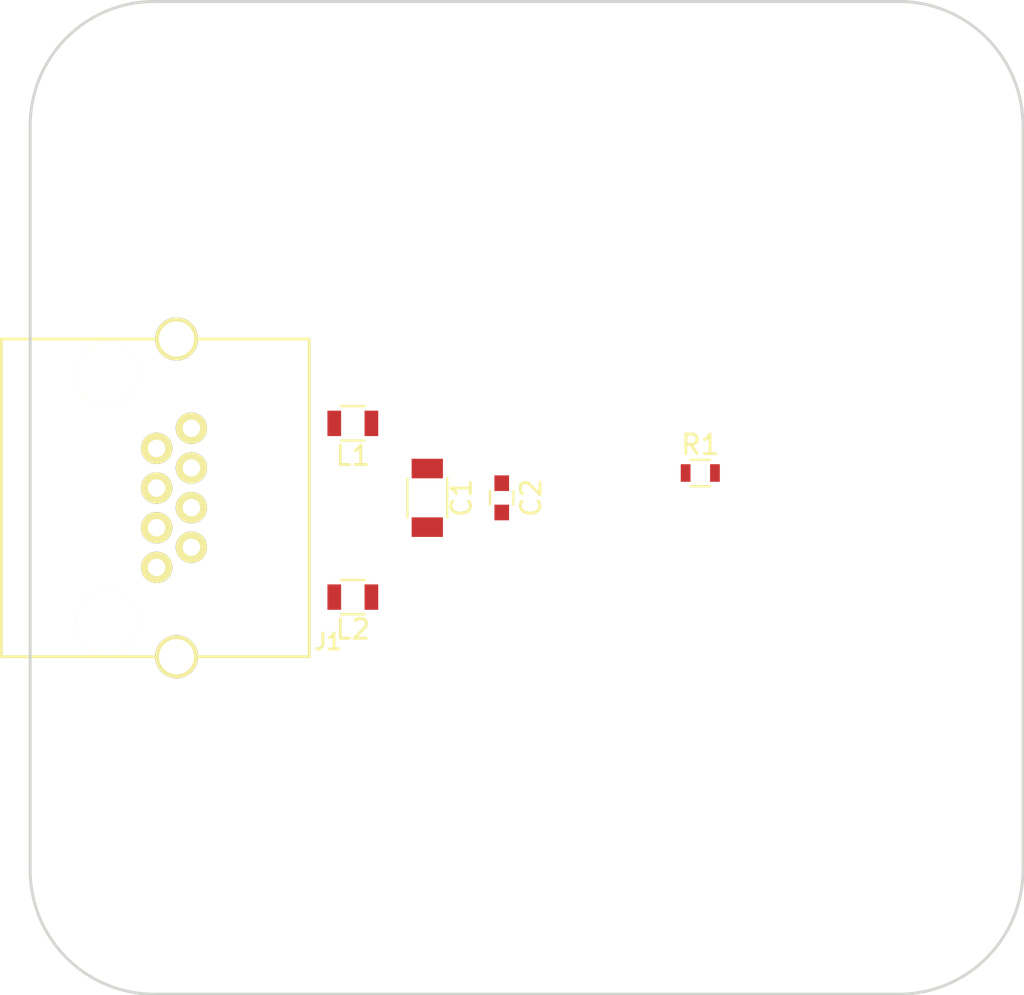
<source format=kicad_pcb>
(kicad_pcb (version 4) (host pcbnew 4.0.5)

  (general
    (links 8)
    (no_connects 8)
    (area 25.324999 25.324999 76.275001 76.275001)
    (thickness 1.6)
    (drawings 8)
    (tracks 0)
    (zones 0)
    (modules 8)
    (nets 5)
  )

  (page A4)
  (layers
    (0 F.Cu signal)
    (31 B.Cu signal)
    (32 B.Adhes user)
    (33 F.Adhes user)
    (34 B.Paste user)
    (35 F.Paste user)
    (36 B.SilkS user)
    (37 F.SilkS user)
    (38 B.Mask user)
    (39 F.Mask user)
    (40 Dwgs.User user)
    (41 Cmts.User user)
    (42 Eco1.User user)
    (43 Eco2.User user)
    (44 Edge.Cuts user)
    (45 Margin user)
    (46 B.CrtYd user)
    (47 F.CrtYd user)
    (48 B.Fab user)
    (49 F.Fab user)
  )

  (setup
    (last_trace_width 0.25)
    (trace_clearance 0.2)
    (zone_clearance 0.254)
    (zone_45_only yes)
    (trace_min 0.2)
    (segment_width 0.2)
    (edge_width 0.15)
    (via_size 0.6)
    (via_drill 0.4)
    (via_min_size 0.4)
    (via_min_drill 0.3)
    (uvia_size 0.3)
    (uvia_drill 0.1)
    (uvias_allowed no)
    (uvia_min_size 0.2)
    (uvia_min_drill 0.1)
    (pcb_text_width 0.3)
    (pcb_text_size 1.5 1.5)
    (mod_edge_width 0.15)
    (mod_text_size 1 1)
    (mod_text_width 0.15)
    (pad_size 1.524 1.524)
    (pad_drill 0.762)
    (pad_to_mask_clearance 0.2)
    (aux_axis_origin 0 0)
    (visible_elements 7FFFFF7F)
    (pcbplotparams
      (layerselection 0x00030_80000001)
      (usegerberextensions false)
      (excludeedgelayer true)
      (linewidth 0.150000)
      (plotframeref false)
      (viasonmask false)
      (mode 1)
      (useauxorigin false)
      (hpglpennumber 1)
      (hpglpenspeed 20)
      (hpglpendiameter 15)
      (hpglpenoverlay 2)
      (psnegative false)
      (psa4output false)
      (plotreference true)
      (plotvalue true)
      (plotinvisibletext false)
      (padsonsilk false)
      (subtractmaskfromsilk false)
      (outputformat 1)
      (mirror false)
      (drillshape 1)
      (scaleselection 1)
      (outputdirectory ""))
  )

  (net 0 "")
  (net 1 +3V3)
  (net 2 GND)
  (net 3 "Net-(J1-Pad8)")
  (net 4 "Net-(J1-Pad1)")

  (net_class Default "This is the default net class."
    (clearance 0.2)
    (trace_width 0.25)
    (via_dia 0.6)
    (via_drill 0.4)
    (uvia_dia 0.3)
    (uvia_drill 0.1)
    (add_net +3V3)
    (add_net GND)
    (add_net "Net-(J1-Pad1)")
    (add_net "Net-(J1-Pad8)")
  )

  (module Mounting_Holes:MountingHole_2.2mm_M2 (layer F.Cu) (tedit 59C2C638) (tstamp 59C55705)
    (at 50.8 69.85)
    (descr "Mounting Hole 2.2mm, no annular, M2")
    (tags "mounting hole 2.2mm no annular m2")
    (attr virtual)
    (fp_text reference REF** (at 0 -3.2) (layer F.SilkS) hide
      (effects (font (size 1 1) (thickness 0.15)))
    )
    (fp_text value MountingHole_2.2mm_M2 (at 0 3.2) (layer F.Fab) hide
      (effects (font (size 1 1) (thickness 0.15)))
    )
    (fp_text user %R (at 0.3 0) (layer F.Fab) hide
      (effects (font (size 1 1) (thickness 0.15)))
    )
    (fp_circle (center 0 0) (end 2.2 0) (layer Cmts.User) (width 0.15))
    (fp_circle (center 0 0) (end 2.45 0) (layer F.CrtYd) (width 0.05))
    (pad 1 np_thru_hole circle (at 0 0) (size 2.2 2.2) (drill 2.2) (layers *.Cu *.Mask))
  )

  (module Mounting_Holes:MountingHole_2.2mm_M2 (layer F.Cu) (tedit 59C2C638) (tstamp 59C556D9)
    (at 50.8 31.75)
    (descr "Mounting Hole 2.2mm, no annular, M2")
    (tags "mounting hole 2.2mm no annular m2")
    (attr virtual)
    (fp_text reference REF** (at 0 -3.2) (layer F.SilkS) hide
      (effects (font (size 1 1) (thickness 0.15)))
    )
    (fp_text value MountingHole_2.2mm_M2 (at 0 3.2) (layer F.Fab) hide
      (effects (font (size 1 1) (thickness 0.15)))
    )
    (fp_text user %R (at 0.3 0) (layer F.Fab) hide
      (effects (font (size 1 1) (thickness 0.15)))
    )
    (fp_circle (center 0 0) (end 2.2 0) (layer Cmts.User) (width 0.15))
    (fp_circle (center 0 0) (end 2.45 0) (layer F.CrtYd) (width 0.05))
    (pad 1 np_thru_hole circle (at 0 0) (size 2.2 2.2) (drill 2.2) (layers *.Cu *.Mask))
  )

  (module Capacitors_SMD:C_1206 (layer F.Cu) (tedit 58AA84B8) (tstamp 59C517BB)
    (at 45.72 50.8 270)
    (descr "Capacitor SMD 1206, reflow soldering, AVX (see smccp.pdf)")
    (tags "capacitor 1206")
    (path /59C5188D)
    (attr smd)
    (fp_text reference C1 (at 0 -1.75 270) (layer F.SilkS)
      (effects (font (size 1 1) (thickness 0.15)))
    )
    (fp_text value 10uF (at 0 2 270) (layer F.Fab)
      (effects (font (size 1 1) (thickness 0.15)))
    )
    (fp_text user %R (at 0 -1.75 270) (layer F.Fab)
      (effects (font (size 1 1) (thickness 0.15)))
    )
    (fp_line (start -1.6 0.8) (end -1.6 -0.8) (layer F.Fab) (width 0.1))
    (fp_line (start 1.6 0.8) (end -1.6 0.8) (layer F.Fab) (width 0.1))
    (fp_line (start 1.6 -0.8) (end 1.6 0.8) (layer F.Fab) (width 0.1))
    (fp_line (start -1.6 -0.8) (end 1.6 -0.8) (layer F.Fab) (width 0.1))
    (fp_line (start 1 -1.02) (end -1 -1.02) (layer F.SilkS) (width 0.12))
    (fp_line (start -1 1.02) (end 1 1.02) (layer F.SilkS) (width 0.12))
    (fp_line (start -2.25 -1.05) (end 2.25 -1.05) (layer F.CrtYd) (width 0.05))
    (fp_line (start -2.25 -1.05) (end -2.25 1.05) (layer F.CrtYd) (width 0.05))
    (fp_line (start 2.25 1.05) (end 2.25 -1.05) (layer F.CrtYd) (width 0.05))
    (fp_line (start 2.25 1.05) (end -2.25 1.05) (layer F.CrtYd) (width 0.05))
    (pad 1 smd rect (at -1.5 0 270) (size 1 1.6) (layers F.Cu F.Paste F.Mask)
      (net 1 +3V3))
    (pad 2 smd rect (at 1.5 0 270) (size 1 1.6) (layers F.Cu F.Paste F.Mask)
      (net 2 GND))
    (model Capacitors_SMD.3dshapes/C_1206.wrl
      (at (xyz 0 0 0))
      (scale (xyz 1 1 1))
      (rotate (xyz 0 0 0))
    )
  )

  (module Capacitors_SMD:C_0603 (layer F.Cu) (tedit 59958EE7) (tstamp 59C517CC)
    (at 49.53 50.8 270)
    (descr "Capacitor SMD 0603, reflow soldering, AVX (see smccp.pdf)")
    (tags "capacitor 0603")
    (path /59C518E6)
    (attr smd)
    (fp_text reference C2 (at 0 -1.5 270) (layer F.SilkS)
      (effects (font (size 1 1) (thickness 0.15)))
    )
    (fp_text value 0.1uF (at 0 1.5 270) (layer F.Fab)
      (effects (font (size 1 1) (thickness 0.15)))
    )
    (fp_line (start 1.4 0.65) (end -1.4 0.65) (layer F.CrtYd) (width 0.05))
    (fp_line (start 1.4 0.65) (end 1.4 -0.65) (layer F.CrtYd) (width 0.05))
    (fp_line (start -1.4 -0.65) (end -1.4 0.65) (layer F.CrtYd) (width 0.05))
    (fp_line (start -1.4 -0.65) (end 1.4 -0.65) (layer F.CrtYd) (width 0.05))
    (fp_line (start 0.35 0.6) (end -0.35 0.6) (layer F.SilkS) (width 0.12))
    (fp_line (start -0.35 -0.6) (end 0.35 -0.6) (layer F.SilkS) (width 0.12))
    (fp_line (start -0.8 -0.4) (end 0.8 -0.4) (layer F.Fab) (width 0.1))
    (fp_line (start 0.8 -0.4) (end 0.8 0.4) (layer F.Fab) (width 0.1))
    (fp_line (start 0.8 0.4) (end -0.8 0.4) (layer F.Fab) (width 0.1))
    (fp_line (start -0.8 0.4) (end -0.8 -0.4) (layer F.Fab) (width 0.1))
    (fp_text user %R (at 0 0 270) (layer F.Fab)
      (effects (font (size 0.3 0.3) (thickness 0.075)))
    )
    (pad 2 smd rect (at 0.75 0 270) (size 0.8 0.75) (layers F.Cu F.Paste F.Mask)
      (net 2 GND))
    (pad 1 smd rect (at -0.75 0 270) (size 0.8 0.75) (layers F.Cu F.Paste F.Mask)
      (net 1 +3V3))
    (model Capacitors_SMD.3dshapes/C_0603.wrl
      (at (xyz 0 0 0))
      (scale (xyz 1 1 1))
      (rotate (xyz 0 0 0))
    )
  )

  (module CA6:RJ45_pcbwing (layer F.Cu) (tedit 59C517BD) (tstamp 59C517E0)
    (at 31.75 50.8 270)
    (path /59C5154F)
    (fp_text reference J1 (at 7.366 -8.89 360) (layer F.SilkS)
      (effects (font (size 0.8 0.8) (thickness 0.15)))
    )
    (fp_text value JACK_RJ45 (at -5.08 -8.636 270) (layer F.SilkS) hide
      (effects (font (size 0.8 0.8) (thickness 0.15)))
    )
    (fp_line (start -8.13 7.82) (end -8.13 -7.93) (layer F.SilkS) (width 0.14986))
    (fp_line (start -8.13 -7.93) (end 8.13 -7.93) (layer F.SilkS) (width 0.14986))
    (fp_line (start 8.13 -7.93) (end 8.13 7.82) (layer F.SilkS) (width 0.14986))
    (fp_line (start 8.13 7.82) (end -8.13 7.82) (layer F.SilkS) (width 0.14986))
    (pad 8 thru_hole circle (at -8.13 -1.14 270) (size 2.2 2.2) (drill 1.8) (layers *.Cu *.Mask F.SilkS)
      (net 3 "Net-(J1-Pad8)"))
    (pad 8 thru_hole circle (at 8.13 -1.14 270) (size 2.2 2.2) (drill 1.8) (layers *.Cu *.Mask F.SilkS)
      (net 3 "Net-(J1-Pad8)"))
    (pad "" np_thru_hole circle (at -6.35 2.42 270) (size 3.25 3.25) (drill 3.25) (layers *.Cu *.Mask F.SilkS))
    (pad "" np_thru_hole circle (at 6.35 2.42 270) (size 3.25 3.25) (drill 3.25) (layers *.Cu *.Mask F.SilkS))
    (pad 5 thru_hole circle (at -0.5 -0.12 270) (size 1.6 1.6) (drill 0.89) (layers *.Cu *.Mask F.SilkS))
    (pad 3 thru_hole circle (at 1.53 -0.12 270) (size 1.6 1.6) (drill 0.89) (layers *.Cu *.Mask F.SilkS))
    (pad 6 thru_hole circle (at -1.53 -1.9 270) (size 1.6 1.6) (drill 0.89) (layers *.Cu *.Mask F.SilkS))
    (pad 4 thru_hole circle (at 0.5 -1.9 270) (size 1.6 1.6) (drill 0.89) (layers *.Cu *.Mask F.SilkS))
    (pad 8 thru_hole circle (at -3.56 -1.9 270) (size 1.6 1.6) (drill 0.89) (layers *.Cu *.Mask F.SilkS)
      (net 3 "Net-(J1-Pad8)"))
    (pad 7 thru_hole circle (at -2.53 -0.12 270) (size 1.6 1.6) (drill 0.89) (layers *.Cu *.Mask F.SilkS))
    (pad 2 thru_hole circle (at 2.53 -1.9 270) (size 1.6 1.6) (drill 0.89) (layers *.Cu *.Mask F.SilkS))
    (pad 1 thru_hole circle (at 3.56 -0.12 270) (size 1.6 1.6) (drill 0.89) (layers *.Cu *.Mask F.SilkS)
      (net 4 "Net-(J1-Pad1)"))
  )

  (module Resistors_SMD:R_0805 (layer F.Cu) (tedit 59C5180E) (tstamp 59C517F1)
    (at 41.91 46.99 180)
    (descr "Resistor SMD 0805, reflow soldering, Vishay (see dcrcw.pdf)")
    (tags "resistor 0805")
    (path /59C51723)
    (attr smd)
    (fp_text reference L1 (at 0 -1.65 180) (layer F.SilkS)
      (effects (font (size 1 1) (thickness 0.15)))
    )
    (fp_text value Ferrite_Bead (at 0 1.75 180) (layer F.Fab) hide
      (effects (font (size 1 1) (thickness 0.15)))
    )
    (fp_text user %R (at 0 0 180) (layer F.Fab)
      (effects (font (size 0.5 0.5) (thickness 0.075)))
    )
    (fp_line (start -1 0.62) (end -1 -0.62) (layer F.Fab) (width 0.1))
    (fp_line (start 1 0.62) (end -1 0.62) (layer F.Fab) (width 0.1))
    (fp_line (start 1 -0.62) (end 1 0.62) (layer F.Fab) (width 0.1))
    (fp_line (start -1 -0.62) (end 1 -0.62) (layer F.Fab) (width 0.1))
    (fp_line (start 0.6 0.88) (end -0.6 0.88) (layer F.SilkS) (width 0.12))
    (fp_line (start -0.6 -0.88) (end 0.6 -0.88) (layer F.SilkS) (width 0.12))
    (fp_line (start -1.55 -0.9) (end 1.55 -0.9) (layer F.CrtYd) (width 0.05))
    (fp_line (start -1.55 -0.9) (end -1.55 0.9) (layer F.CrtYd) (width 0.05))
    (fp_line (start 1.55 0.9) (end 1.55 -0.9) (layer F.CrtYd) (width 0.05))
    (fp_line (start 1.55 0.9) (end -1.55 0.9) (layer F.CrtYd) (width 0.05))
    (pad 1 smd rect (at -0.95 0 180) (size 0.7 1.3) (layers F.Cu F.Paste F.Mask)
      (net 1 +3V3))
    (pad 2 smd rect (at 0.95 0 180) (size 0.7 1.3) (layers F.Cu F.Paste F.Mask)
      (net 3 "Net-(J1-Pad8)"))
    (model ${KISYS3DMOD}/Resistors_SMD.3dshapes/R_0805.wrl
      (at (xyz 0 0 0))
      (scale (xyz 1 1 1))
      (rotate (xyz 0 0 0))
    )
  )

  (module Resistors_SMD:R_0805 (layer F.Cu) (tedit 59C51812) (tstamp 59C51802)
    (at 41.91 55.88 180)
    (descr "Resistor SMD 0805, reflow soldering, Vishay (see dcrcw.pdf)")
    (tags "resistor 0805")
    (path /59C516B4)
    (attr smd)
    (fp_text reference L2 (at 0 -1.65 180) (layer F.SilkS)
      (effects (font (size 1 1) (thickness 0.15)))
    )
    (fp_text value Ferrite_Bead (at 0 1.75 180) (layer F.Fab) hide
      (effects (font (size 1 1) (thickness 0.15)))
    )
    (fp_text user %R (at 0 0 180) (layer F.Fab)
      (effects (font (size 0.5 0.5) (thickness 0.075)))
    )
    (fp_line (start -1 0.62) (end -1 -0.62) (layer F.Fab) (width 0.1))
    (fp_line (start 1 0.62) (end -1 0.62) (layer F.Fab) (width 0.1))
    (fp_line (start 1 -0.62) (end 1 0.62) (layer F.Fab) (width 0.1))
    (fp_line (start -1 -0.62) (end 1 -0.62) (layer F.Fab) (width 0.1))
    (fp_line (start 0.6 0.88) (end -0.6 0.88) (layer F.SilkS) (width 0.12))
    (fp_line (start -0.6 -0.88) (end 0.6 -0.88) (layer F.SilkS) (width 0.12))
    (fp_line (start -1.55 -0.9) (end 1.55 -0.9) (layer F.CrtYd) (width 0.05))
    (fp_line (start -1.55 -0.9) (end -1.55 0.9) (layer F.CrtYd) (width 0.05))
    (fp_line (start 1.55 0.9) (end 1.55 -0.9) (layer F.CrtYd) (width 0.05))
    (fp_line (start 1.55 0.9) (end -1.55 0.9) (layer F.CrtYd) (width 0.05))
    (pad 1 smd rect (at -0.95 0 180) (size 0.7 1.3) (layers F.Cu F.Paste F.Mask)
      (net 2 GND))
    (pad 2 smd rect (at 0.95 0 180) (size 0.7 1.3) (layers F.Cu F.Paste F.Mask)
      (net 4 "Net-(J1-Pad1)"))
    (model ${KISYS3DMOD}/Resistors_SMD.3dshapes/R_0805.wrl
      (at (xyz 0 0 0))
      (scale (xyz 1 1 1))
      (rotate (xyz 0 0 0))
    )
  )

  (module Resistors_SMD:R_0603 (layer F.Cu) (tedit 58E0A804) (tstamp 59C51813)
    (at 59.69 49.53)
    (descr "Resistor SMD 0603, reflow soldering, Vishay (see dcrcw.pdf)")
    (tags "resistor 0603")
    (path /59C519EC)
    (attr smd)
    (fp_text reference R1 (at 0 -1.45) (layer F.SilkS)
      (effects (font (size 1 1) (thickness 0.15)))
    )
    (fp_text value R (at 0 1.5) (layer F.Fab)
      (effects (font (size 1 1) (thickness 0.15)))
    )
    (fp_text user %R (at 0 0) (layer F.Fab)
      (effects (font (size 0.4 0.4) (thickness 0.075)))
    )
    (fp_line (start -0.8 0.4) (end -0.8 -0.4) (layer F.Fab) (width 0.1))
    (fp_line (start 0.8 0.4) (end -0.8 0.4) (layer F.Fab) (width 0.1))
    (fp_line (start 0.8 -0.4) (end 0.8 0.4) (layer F.Fab) (width 0.1))
    (fp_line (start -0.8 -0.4) (end 0.8 -0.4) (layer F.Fab) (width 0.1))
    (fp_line (start 0.5 0.68) (end -0.5 0.68) (layer F.SilkS) (width 0.12))
    (fp_line (start -0.5 -0.68) (end 0.5 -0.68) (layer F.SilkS) (width 0.12))
    (fp_line (start -1.25 -0.7) (end 1.25 -0.7) (layer F.CrtYd) (width 0.05))
    (fp_line (start -1.25 -0.7) (end -1.25 0.7) (layer F.CrtYd) (width 0.05))
    (fp_line (start 1.25 0.7) (end 1.25 -0.7) (layer F.CrtYd) (width 0.05))
    (fp_line (start 1.25 0.7) (end -1.25 0.7) (layer F.CrtYd) (width 0.05))
    (pad 1 smd rect (at -0.75 0) (size 0.5 0.9) (layers F.Cu F.Paste F.Mask))
    (pad 2 smd rect (at 0.75 0) (size 0.5 0.9) (layers F.Cu F.Paste F.Mask))
    (model ${KISYS3DMOD}/Resistors_SMD.3dshapes/R_0603.wrl
      (at (xyz 0 0 0))
      (scale (xyz 1 1 1))
      (rotate (xyz 0 0 0))
    )
  )

  (gr_arc (start 31.75 69.85) (end 31.75 76.2) (angle 90) (layer Edge.Cuts) (width 0.15))
  (gr_arc (start 69.85 69.85) (end 76.2 69.85) (angle 90) (layer Edge.Cuts) (width 0.15))
  (gr_arc (start 69.85 31.75) (end 69.85 25.4) (angle 90) (layer Edge.Cuts) (width 0.15))
  (gr_arc (start 31.75 31.75) (end 25.4 31.75) (angle 90) (layer Edge.Cuts) (width 0.15))
  (gr_line (start 25.4 69.85) (end 25.4 31.75) (angle 90) (layer Edge.Cuts) (width 0.15))
  (gr_line (start 69.85 76.2) (end 31.75 76.2) (angle 90) (layer Edge.Cuts) (width 0.15))
  (gr_line (start 76.2 31.75) (end 76.2 69.85) (angle 90) (layer Edge.Cuts) (width 0.15))
  (gr_line (start 31.75 25.4) (end 69.85 25.4) (angle 90) (layer Edge.Cuts) (width 0.15))

)

</source>
